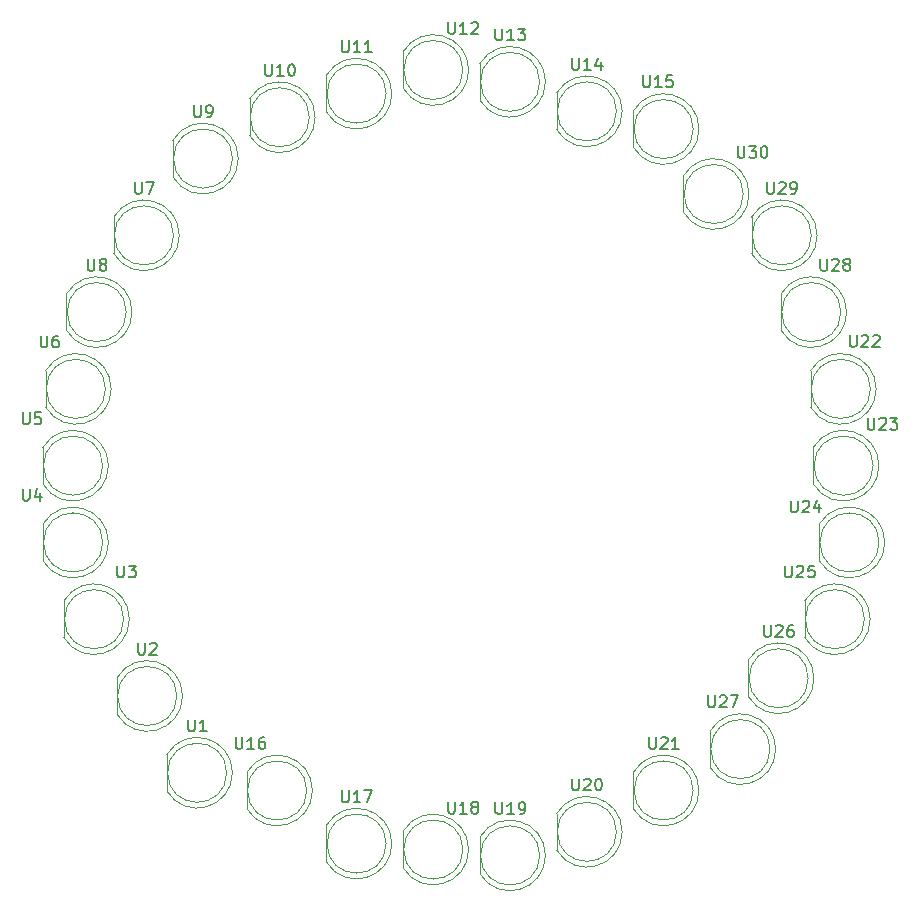
<source format=gbr>
%TF.GenerationSoftware,KiCad,Pcbnew,8.0.3*%
%TF.CreationDate,2026-01-26T15:52:45+01:00*%
%TF.ProjectId,ringLED,72696e67-4c45-4442-9e6b-696361645f70,rev?*%
%TF.SameCoordinates,Original*%
%TF.FileFunction,Legend,Top*%
%TF.FilePolarity,Positive*%
%FSLAX46Y46*%
G04 Gerber Fmt 4.6, Leading zero omitted, Abs format (unit mm)*
G04 Created by KiCad (PCBNEW 8.0.3) date 2026-01-26 15:52:45*
%MOMM*%
%LPD*%
G01*
G04 APERTURE LIST*
%ADD10C,0.150000*%
%ADD11C,0.120000*%
G04 APERTURE END LIST*
D10*
X171261905Y-119454819D02*
X171261905Y-120264342D01*
X171261905Y-120264342D02*
X171309524Y-120359580D01*
X171309524Y-120359580D02*
X171357143Y-120407200D01*
X171357143Y-120407200D02*
X171452381Y-120454819D01*
X171452381Y-120454819D02*
X171642857Y-120454819D01*
X171642857Y-120454819D02*
X171738095Y-120407200D01*
X171738095Y-120407200D02*
X171785714Y-120359580D01*
X171785714Y-120359580D02*
X171833333Y-120264342D01*
X171833333Y-120264342D02*
X171833333Y-119454819D01*
X172261905Y-119550057D02*
X172309524Y-119502438D01*
X172309524Y-119502438D02*
X172404762Y-119454819D01*
X172404762Y-119454819D02*
X172642857Y-119454819D01*
X172642857Y-119454819D02*
X172738095Y-119502438D01*
X172738095Y-119502438D02*
X172785714Y-119550057D01*
X172785714Y-119550057D02*
X172833333Y-119645295D01*
X172833333Y-119645295D02*
X172833333Y-119740533D01*
X172833333Y-119740533D02*
X172785714Y-119883390D01*
X172785714Y-119883390D02*
X172214286Y-120454819D01*
X172214286Y-120454819D02*
X172833333Y-120454819D01*
X173166667Y-119454819D02*
X173833333Y-119454819D01*
X173833333Y-119454819D02*
X173404762Y-120454819D01*
X127733095Y-69494819D02*
X127733095Y-70304342D01*
X127733095Y-70304342D02*
X127780714Y-70399580D01*
X127780714Y-70399580D02*
X127828333Y-70447200D01*
X127828333Y-70447200D02*
X127923571Y-70494819D01*
X127923571Y-70494819D02*
X128114047Y-70494819D01*
X128114047Y-70494819D02*
X128209285Y-70447200D01*
X128209285Y-70447200D02*
X128256904Y-70399580D01*
X128256904Y-70399580D02*
X128304523Y-70304342D01*
X128304523Y-70304342D02*
X128304523Y-69494819D01*
X128828333Y-70494819D02*
X129018809Y-70494819D01*
X129018809Y-70494819D02*
X129114047Y-70447200D01*
X129114047Y-70447200D02*
X129161666Y-70399580D01*
X129161666Y-70399580D02*
X129256904Y-70256723D01*
X129256904Y-70256723D02*
X129304523Y-70066247D01*
X129304523Y-70066247D02*
X129304523Y-69685295D01*
X129304523Y-69685295D02*
X129256904Y-69590057D01*
X129256904Y-69590057D02*
X129209285Y-69542438D01*
X129209285Y-69542438D02*
X129114047Y-69494819D01*
X129114047Y-69494819D02*
X128923571Y-69494819D01*
X128923571Y-69494819D02*
X128828333Y-69542438D01*
X128828333Y-69542438D02*
X128780714Y-69590057D01*
X128780714Y-69590057D02*
X128733095Y-69685295D01*
X128733095Y-69685295D02*
X128733095Y-69923390D01*
X128733095Y-69923390D02*
X128780714Y-70018628D01*
X128780714Y-70018628D02*
X128828333Y-70066247D01*
X128828333Y-70066247D02*
X128923571Y-70113866D01*
X128923571Y-70113866D02*
X129114047Y-70113866D01*
X129114047Y-70113866D02*
X129209285Y-70066247D01*
X129209285Y-70066247D02*
X129256904Y-70018628D01*
X129256904Y-70018628D02*
X129304523Y-69923390D01*
X113238095Y-101954819D02*
X113238095Y-102764342D01*
X113238095Y-102764342D02*
X113285714Y-102859580D01*
X113285714Y-102859580D02*
X113333333Y-102907200D01*
X113333333Y-102907200D02*
X113428571Y-102954819D01*
X113428571Y-102954819D02*
X113619047Y-102954819D01*
X113619047Y-102954819D02*
X113714285Y-102907200D01*
X113714285Y-102907200D02*
X113761904Y-102859580D01*
X113761904Y-102859580D02*
X113809523Y-102764342D01*
X113809523Y-102764342D02*
X113809523Y-101954819D01*
X114714285Y-102288152D02*
X114714285Y-102954819D01*
X114476190Y-101907200D02*
X114238095Y-102621485D01*
X114238095Y-102621485D02*
X114857142Y-102621485D01*
X114738095Y-88994819D02*
X114738095Y-89804342D01*
X114738095Y-89804342D02*
X114785714Y-89899580D01*
X114785714Y-89899580D02*
X114833333Y-89947200D01*
X114833333Y-89947200D02*
X114928571Y-89994819D01*
X114928571Y-89994819D02*
X115119047Y-89994819D01*
X115119047Y-89994819D02*
X115214285Y-89947200D01*
X115214285Y-89947200D02*
X115261904Y-89899580D01*
X115261904Y-89899580D02*
X115309523Y-89804342D01*
X115309523Y-89804342D02*
X115309523Y-88994819D01*
X116214285Y-88994819D02*
X116023809Y-88994819D01*
X116023809Y-88994819D02*
X115928571Y-89042438D01*
X115928571Y-89042438D02*
X115880952Y-89090057D01*
X115880952Y-89090057D02*
X115785714Y-89232914D01*
X115785714Y-89232914D02*
X115738095Y-89423390D01*
X115738095Y-89423390D02*
X115738095Y-89804342D01*
X115738095Y-89804342D02*
X115785714Y-89899580D01*
X115785714Y-89899580D02*
X115833333Y-89947200D01*
X115833333Y-89947200D02*
X115928571Y-89994819D01*
X115928571Y-89994819D02*
X116119047Y-89994819D01*
X116119047Y-89994819D02*
X116214285Y-89947200D01*
X116214285Y-89947200D02*
X116261904Y-89899580D01*
X116261904Y-89899580D02*
X116309523Y-89804342D01*
X116309523Y-89804342D02*
X116309523Y-89566247D01*
X116309523Y-89566247D02*
X116261904Y-89471009D01*
X116261904Y-89471009D02*
X116214285Y-89423390D01*
X116214285Y-89423390D02*
X116119047Y-89375771D01*
X116119047Y-89375771D02*
X115928571Y-89375771D01*
X115928571Y-89375771D02*
X115833333Y-89423390D01*
X115833333Y-89423390D02*
X115785714Y-89471009D01*
X115785714Y-89471009D02*
X115738095Y-89566247D01*
X176256905Y-75994819D02*
X176256905Y-76804342D01*
X176256905Y-76804342D02*
X176304524Y-76899580D01*
X176304524Y-76899580D02*
X176352143Y-76947200D01*
X176352143Y-76947200D02*
X176447381Y-76994819D01*
X176447381Y-76994819D02*
X176637857Y-76994819D01*
X176637857Y-76994819D02*
X176733095Y-76947200D01*
X176733095Y-76947200D02*
X176780714Y-76899580D01*
X176780714Y-76899580D02*
X176828333Y-76804342D01*
X176828333Y-76804342D02*
X176828333Y-75994819D01*
X177256905Y-76090057D02*
X177304524Y-76042438D01*
X177304524Y-76042438D02*
X177399762Y-75994819D01*
X177399762Y-75994819D02*
X177637857Y-75994819D01*
X177637857Y-75994819D02*
X177733095Y-76042438D01*
X177733095Y-76042438D02*
X177780714Y-76090057D01*
X177780714Y-76090057D02*
X177828333Y-76185295D01*
X177828333Y-76185295D02*
X177828333Y-76280533D01*
X177828333Y-76280533D02*
X177780714Y-76423390D01*
X177780714Y-76423390D02*
X177209286Y-76994819D01*
X177209286Y-76994819D02*
X177828333Y-76994819D01*
X178304524Y-76994819D02*
X178495000Y-76994819D01*
X178495000Y-76994819D02*
X178590238Y-76947200D01*
X178590238Y-76947200D02*
X178637857Y-76899580D01*
X178637857Y-76899580D02*
X178733095Y-76756723D01*
X178733095Y-76756723D02*
X178780714Y-76566247D01*
X178780714Y-76566247D02*
X178780714Y-76185295D01*
X178780714Y-76185295D02*
X178733095Y-76090057D01*
X178733095Y-76090057D02*
X178685476Y-76042438D01*
X178685476Y-76042438D02*
X178590238Y-75994819D01*
X178590238Y-75994819D02*
X178399762Y-75994819D01*
X178399762Y-75994819D02*
X178304524Y-76042438D01*
X178304524Y-76042438D02*
X178256905Y-76090057D01*
X178256905Y-76090057D02*
X178209286Y-76185295D01*
X178209286Y-76185295D02*
X178209286Y-76423390D01*
X178209286Y-76423390D02*
X178256905Y-76518628D01*
X178256905Y-76518628D02*
X178304524Y-76566247D01*
X178304524Y-76566247D02*
X178399762Y-76613866D01*
X178399762Y-76613866D02*
X178590238Y-76613866D01*
X178590238Y-76613866D02*
X178685476Y-76566247D01*
X178685476Y-76566247D02*
X178733095Y-76518628D01*
X178733095Y-76518628D02*
X178780714Y-76423390D01*
X121238095Y-108454819D02*
X121238095Y-109264342D01*
X121238095Y-109264342D02*
X121285714Y-109359580D01*
X121285714Y-109359580D02*
X121333333Y-109407200D01*
X121333333Y-109407200D02*
X121428571Y-109454819D01*
X121428571Y-109454819D02*
X121619047Y-109454819D01*
X121619047Y-109454819D02*
X121714285Y-109407200D01*
X121714285Y-109407200D02*
X121761904Y-109359580D01*
X121761904Y-109359580D02*
X121809523Y-109264342D01*
X121809523Y-109264342D02*
X121809523Y-108454819D01*
X122190476Y-108454819D02*
X122809523Y-108454819D01*
X122809523Y-108454819D02*
X122476190Y-108835771D01*
X122476190Y-108835771D02*
X122619047Y-108835771D01*
X122619047Y-108835771D02*
X122714285Y-108883390D01*
X122714285Y-108883390D02*
X122761904Y-108931009D01*
X122761904Y-108931009D02*
X122809523Y-109026247D01*
X122809523Y-109026247D02*
X122809523Y-109264342D01*
X122809523Y-109264342D02*
X122761904Y-109359580D01*
X122761904Y-109359580D02*
X122714285Y-109407200D01*
X122714285Y-109407200D02*
X122619047Y-109454819D01*
X122619047Y-109454819D02*
X122333333Y-109454819D01*
X122333333Y-109454819D02*
X122238095Y-109407200D01*
X122238095Y-109407200D02*
X122190476Y-109359580D01*
X159756905Y-65494819D02*
X159756905Y-66304342D01*
X159756905Y-66304342D02*
X159804524Y-66399580D01*
X159804524Y-66399580D02*
X159852143Y-66447200D01*
X159852143Y-66447200D02*
X159947381Y-66494819D01*
X159947381Y-66494819D02*
X160137857Y-66494819D01*
X160137857Y-66494819D02*
X160233095Y-66447200D01*
X160233095Y-66447200D02*
X160280714Y-66399580D01*
X160280714Y-66399580D02*
X160328333Y-66304342D01*
X160328333Y-66304342D02*
X160328333Y-65494819D01*
X161328333Y-66494819D02*
X160756905Y-66494819D01*
X161042619Y-66494819D02*
X161042619Y-65494819D01*
X161042619Y-65494819D02*
X160947381Y-65637676D01*
X160947381Y-65637676D02*
X160852143Y-65732914D01*
X160852143Y-65732914D02*
X160756905Y-65780533D01*
X162185476Y-65828152D02*
X162185476Y-66494819D01*
X161947381Y-65447200D02*
X161709286Y-66161485D01*
X161709286Y-66161485D02*
X162328333Y-66161485D01*
X177761905Y-108454819D02*
X177761905Y-109264342D01*
X177761905Y-109264342D02*
X177809524Y-109359580D01*
X177809524Y-109359580D02*
X177857143Y-109407200D01*
X177857143Y-109407200D02*
X177952381Y-109454819D01*
X177952381Y-109454819D02*
X178142857Y-109454819D01*
X178142857Y-109454819D02*
X178238095Y-109407200D01*
X178238095Y-109407200D02*
X178285714Y-109359580D01*
X178285714Y-109359580D02*
X178333333Y-109264342D01*
X178333333Y-109264342D02*
X178333333Y-108454819D01*
X178761905Y-108550057D02*
X178809524Y-108502438D01*
X178809524Y-108502438D02*
X178904762Y-108454819D01*
X178904762Y-108454819D02*
X179142857Y-108454819D01*
X179142857Y-108454819D02*
X179238095Y-108502438D01*
X179238095Y-108502438D02*
X179285714Y-108550057D01*
X179285714Y-108550057D02*
X179333333Y-108645295D01*
X179333333Y-108645295D02*
X179333333Y-108740533D01*
X179333333Y-108740533D02*
X179285714Y-108883390D01*
X179285714Y-108883390D02*
X178714286Y-109454819D01*
X178714286Y-109454819D02*
X179333333Y-109454819D01*
X180238095Y-108454819D02*
X179761905Y-108454819D01*
X179761905Y-108454819D02*
X179714286Y-108931009D01*
X179714286Y-108931009D02*
X179761905Y-108883390D01*
X179761905Y-108883390D02*
X179857143Y-108835771D01*
X179857143Y-108835771D02*
X180095238Y-108835771D01*
X180095238Y-108835771D02*
X180190476Y-108883390D01*
X180190476Y-108883390D02*
X180238095Y-108931009D01*
X180238095Y-108931009D02*
X180285714Y-109026247D01*
X180285714Y-109026247D02*
X180285714Y-109264342D01*
X180285714Y-109264342D02*
X180238095Y-109359580D01*
X180238095Y-109359580D02*
X180190476Y-109407200D01*
X180190476Y-109407200D02*
X180095238Y-109454819D01*
X180095238Y-109454819D02*
X179857143Y-109454819D01*
X179857143Y-109454819D02*
X179761905Y-109407200D01*
X179761905Y-109407200D02*
X179714286Y-109359580D01*
X178261905Y-102954819D02*
X178261905Y-103764342D01*
X178261905Y-103764342D02*
X178309524Y-103859580D01*
X178309524Y-103859580D02*
X178357143Y-103907200D01*
X178357143Y-103907200D02*
X178452381Y-103954819D01*
X178452381Y-103954819D02*
X178642857Y-103954819D01*
X178642857Y-103954819D02*
X178738095Y-103907200D01*
X178738095Y-103907200D02*
X178785714Y-103859580D01*
X178785714Y-103859580D02*
X178833333Y-103764342D01*
X178833333Y-103764342D02*
X178833333Y-102954819D01*
X179261905Y-103050057D02*
X179309524Y-103002438D01*
X179309524Y-103002438D02*
X179404762Y-102954819D01*
X179404762Y-102954819D02*
X179642857Y-102954819D01*
X179642857Y-102954819D02*
X179738095Y-103002438D01*
X179738095Y-103002438D02*
X179785714Y-103050057D01*
X179785714Y-103050057D02*
X179833333Y-103145295D01*
X179833333Y-103145295D02*
X179833333Y-103240533D01*
X179833333Y-103240533D02*
X179785714Y-103383390D01*
X179785714Y-103383390D02*
X179214286Y-103954819D01*
X179214286Y-103954819D02*
X179833333Y-103954819D01*
X180690476Y-103288152D02*
X180690476Y-103954819D01*
X180452381Y-102907200D02*
X180214286Y-103621485D01*
X180214286Y-103621485D02*
X180833333Y-103621485D01*
X183261905Y-88954819D02*
X183261905Y-89764342D01*
X183261905Y-89764342D02*
X183309524Y-89859580D01*
X183309524Y-89859580D02*
X183357143Y-89907200D01*
X183357143Y-89907200D02*
X183452381Y-89954819D01*
X183452381Y-89954819D02*
X183642857Y-89954819D01*
X183642857Y-89954819D02*
X183738095Y-89907200D01*
X183738095Y-89907200D02*
X183785714Y-89859580D01*
X183785714Y-89859580D02*
X183833333Y-89764342D01*
X183833333Y-89764342D02*
X183833333Y-88954819D01*
X184261905Y-89050057D02*
X184309524Y-89002438D01*
X184309524Y-89002438D02*
X184404762Y-88954819D01*
X184404762Y-88954819D02*
X184642857Y-88954819D01*
X184642857Y-88954819D02*
X184738095Y-89002438D01*
X184738095Y-89002438D02*
X184785714Y-89050057D01*
X184785714Y-89050057D02*
X184833333Y-89145295D01*
X184833333Y-89145295D02*
X184833333Y-89240533D01*
X184833333Y-89240533D02*
X184785714Y-89383390D01*
X184785714Y-89383390D02*
X184214286Y-89954819D01*
X184214286Y-89954819D02*
X184833333Y-89954819D01*
X185214286Y-89050057D02*
X185261905Y-89002438D01*
X185261905Y-89002438D02*
X185357143Y-88954819D01*
X185357143Y-88954819D02*
X185595238Y-88954819D01*
X185595238Y-88954819D02*
X185690476Y-89002438D01*
X185690476Y-89002438D02*
X185738095Y-89050057D01*
X185738095Y-89050057D02*
X185785714Y-89145295D01*
X185785714Y-89145295D02*
X185785714Y-89240533D01*
X185785714Y-89240533D02*
X185738095Y-89383390D01*
X185738095Y-89383390D02*
X185166667Y-89954819D01*
X185166667Y-89954819D02*
X185785714Y-89954819D01*
X149261905Y-128454819D02*
X149261905Y-129264342D01*
X149261905Y-129264342D02*
X149309524Y-129359580D01*
X149309524Y-129359580D02*
X149357143Y-129407200D01*
X149357143Y-129407200D02*
X149452381Y-129454819D01*
X149452381Y-129454819D02*
X149642857Y-129454819D01*
X149642857Y-129454819D02*
X149738095Y-129407200D01*
X149738095Y-129407200D02*
X149785714Y-129359580D01*
X149785714Y-129359580D02*
X149833333Y-129264342D01*
X149833333Y-129264342D02*
X149833333Y-128454819D01*
X150833333Y-129454819D02*
X150261905Y-129454819D01*
X150547619Y-129454819D02*
X150547619Y-128454819D01*
X150547619Y-128454819D02*
X150452381Y-128597676D01*
X150452381Y-128597676D02*
X150357143Y-128692914D01*
X150357143Y-128692914D02*
X150261905Y-128740533D01*
X151404762Y-128883390D02*
X151309524Y-128835771D01*
X151309524Y-128835771D02*
X151261905Y-128788152D01*
X151261905Y-128788152D02*
X151214286Y-128692914D01*
X151214286Y-128692914D02*
X151214286Y-128645295D01*
X151214286Y-128645295D02*
X151261905Y-128550057D01*
X151261905Y-128550057D02*
X151309524Y-128502438D01*
X151309524Y-128502438D02*
X151404762Y-128454819D01*
X151404762Y-128454819D02*
X151595238Y-128454819D01*
X151595238Y-128454819D02*
X151690476Y-128502438D01*
X151690476Y-128502438D02*
X151738095Y-128550057D01*
X151738095Y-128550057D02*
X151785714Y-128645295D01*
X151785714Y-128645295D02*
X151785714Y-128692914D01*
X151785714Y-128692914D02*
X151738095Y-128788152D01*
X151738095Y-128788152D02*
X151690476Y-128835771D01*
X151690476Y-128835771D02*
X151595238Y-128883390D01*
X151595238Y-128883390D02*
X151404762Y-128883390D01*
X151404762Y-128883390D02*
X151309524Y-128931009D01*
X151309524Y-128931009D02*
X151261905Y-128978628D01*
X151261905Y-128978628D02*
X151214286Y-129073866D01*
X151214286Y-129073866D02*
X151214286Y-129264342D01*
X151214286Y-129264342D02*
X151261905Y-129359580D01*
X151261905Y-129359580D02*
X151309524Y-129407200D01*
X151309524Y-129407200D02*
X151404762Y-129454819D01*
X151404762Y-129454819D02*
X151595238Y-129454819D01*
X151595238Y-129454819D02*
X151690476Y-129407200D01*
X151690476Y-129407200D02*
X151738095Y-129359580D01*
X151738095Y-129359580D02*
X151785714Y-129264342D01*
X151785714Y-129264342D02*
X151785714Y-129073866D01*
X151785714Y-129073866D02*
X151738095Y-128978628D01*
X151738095Y-128978628D02*
X151690476Y-128931009D01*
X151690476Y-128931009D02*
X151595238Y-128883390D01*
X153256905Y-128494819D02*
X153256905Y-129304342D01*
X153256905Y-129304342D02*
X153304524Y-129399580D01*
X153304524Y-129399580D02*
X153352143Y-129447200D01*
X153352143Y-129447200D02*
X153447381Y-129494819D01*
X153447381Y-129494819D02*
X153637857Y-129494819D01*
X153637857Y-129494819D02*
X153733095Y-129447200D01*
X153733095Y-129447200D02*
X153780714Y-129399580D01*
X153780714Y-129399580D02*
X153828333Y-129304342D01*
X153828333Y-129304342D02*
X153828333Y-128494819D01*
X154828333Y-129494819D02*
X154256905Y-129494819D01*
X154542619Y-129494819D02*
X154542619Y-128494819D01*
X154542619Y-128494819D02*
X154447381Y-128637676D01*
X154447381Y-128637676D02*
X154352143Y-128732914D01*
X154352143Y-128732914D02*
X154256905Y-128780533D01*
X155304524Y-129494819D02*
X155495000Y-129494819D01*
X155495000Y-129494819D02*
X155590238Y-129447200D01*
X155590238Y-129447200D02*
X155637857Y-129399580D01*
X155637857Y-129399580D02*
X155733095Y-129256723D01*
X155733095Y-129256723D02*
X155780714Y-129066247D01*
X155780714Y-129066247D02*
X155780714Y-128685295D01*
X155780714Y-128685295D02*
X155733095Y-128590057D01*
X155733095Y-128590057D02*
X155685476Y-128542438D01*
X155685476Y-128542438D02*
X155590238Y-128494819D01*
X155590238Y-128494819D02*
X155399762Y-128494819D01*
X155399762Y-128494819D02*
X155304524Y-128542438D01*
X155304524Y-128542438D02*
X155256905Y-128590057D01*
X155256905Y-128590057D02*
X155209286Y-128685295D01*
X155209286Y-128685295D02*
X155209286Y-128923390D01*
X155209286Y-128923390D02*
X155256905Y-129018628D01*
X155256905Y-129018628D02*
X155304524Y-129066247D01*
X155304524Y-129066247D02*
X155399762Y-129113866D01*
X155399762Y-129113866D02*
X155590238Y-129113866D01*
X155590238Y-129113866D02*
X155685476Y-129066247D01*
X155685476Y-129066247D02*
X155733095Y-129018628D01*
X155733095Y-129018628D02*
X155780714Y-128923390D01*
X140256905Y-63994819D02*
X140256905Y-64804342D01*
X140256905Y-64804342D02*
X140304524Y-64899580D01*
X140304524Y-64899580D02*
X140352143Y-64947200D01*
X140352143Y-64947200D02*
X140447381Y-64994819D01*
X140447381Y-64994819D02*
X140637857Y-64994819D01*
X140637857Y-64994819D02*
X140733095Y-64947200D01*
X140733095Y-64947200D02*
X140780714Y-64899580D01*
X140780714Y-64899580D02*
X140828333Y-64804342D01*
X140828333Y-64804342D02*
X140828333Y-63994819D01*
X141828333Y-64994819D02*
X141256905Y-64994819D01*
X141542619Y-64994819D02*
X141542619Y-63994819D01*
X141542619Y-63994819D02*
X141447381Y-64137676D01*
X141447381Y-64137676D02*
X141352143Y-64232914D01*
X141352143Y-64232914D02*
X141256905Y-64280533D01*
X142780714Y-64994819D02*
X142209286Y-64994819D01*
X142495000Y-64994819D02*
X142495000Y-63994819D01*
X142495000Y-63994819D02*
X142399762Y-64137676D01*
X142399762Y-64137676D02*
X142304524Y-64232914D01*
X142304524Y-64232914D02*
X142209286Y-64280533D01*
X131261905Y-122994819D02*
X131261905Y-123804342D01*
X131261905Y-123804342D02*
X131309524Y-123899580D01*
X131309524Y-123899580D02*
X131357143Y-123947200D01*
X131357143Y-123947200D02*
X131452381Y-123994819D01*
X131452381Y-123994819D02*
X131642857Y-123994819D01*
X131642857Y-123994819D02*
X131738095Y-123947200D01*
X131738095Y-123947200D02*
X131785714Y-123899580D01*
X131785714Y-123899580D02*
X131833333Y-123804342D01*
X131833333Y-123804342D02*
X131833333Y-122994819D01*
X132833333Y-123994819D02*
X132261905Y-123994819D01*
X132547619Y-123994819D02*
X132547619Y-122994819D01*
X132547619Y-122994819D02*
X132452381Y-123137676D01*
X132452381Y-123137676D02*
X132357143Y-123232914D01*
X132357143Y-123232914D02*
X132261905Y-123280533D01*
X133690476Y-122994819D02*
X133500000Y-122994819D01*
X133500000Y-122994819D02*
X133404762Y-123042438D01*
X133404762Y-123042438D02*
X133357143Y-123090057D01*
X133357143Y-123090057D02*
X133261905Y-123232914D01*
X133261905Y-123232914D02*
X133214286Y-123423390D01*
X133214286Y-123423390D02*
X133214286Y-123804342D01*
X133214286Y-123804342D02*
X133261905Y-123899580D01*
X133261905Y-123899580D02*
X133309524Y-123947200D01*
X133309524Y-123947200D02*
X133404762Y-123994819D01*
X133404762Y-123994819D02*
X133595238Y-123994819D01*
X133595238Y-123994819D02*
X133690476Y-123947200D01*
X133690476Y-123947200D02*
X133738095Y-123899580D01*
X133738095Y-123899580D02*
X133785714Y-123804342D01*
X133785714Y-123804342D02*
X133785714Y-123566247D01*
X133785714Y-123566247D02*
X133738095Y-123471009D01*
X133738095Y-123471009D02*
X133690476Y-123423390D01*
X133690476Y-123423390D02*
X133595238Y-123375771D01*
X133595238Y-123375771D02*
X133404762Y-123375771D01*
X133404762Y-123375771D02*
X133309524Y-123423390D01*
X133309524Y-123423390D02*
X133261905Y-123471009D01*
X133261905Y-123471009D02*
X133214286Y-123566247D01*
X173761905Y-72954819D02*
X173761905Y-73764342D01*
X173761905Y-73764342D02*
X173809524Y-73859580D01*
X173809524Y-73859580D02*
X173857143Y-73907200D01*
X173857143Y-73907200D02*
X173952381Y-73954819D01*
X173952381Y-73954819D02*
X174142857Y-73954819D01*
X174142857Y-73954819D02*
X174238095Y-73907200D01*
X174238095Y-73907200D02*
X174285714Y-73859580D01*
X174285714Y-73859580D02*
X174333333Y-73764342D01*
X174333333Y-73764342D02*
X174333333Y-72954819D01*
X174714286Y-72954819D02*
X175333333Y-72954819D01*
X175333333Y-72954819D02*
X175000000Y-73335771D01*
X175000000Y-73335771D02*
X175142857Y-73335771D01*
X175142857Y-73335771D02*
X175238095Y-73383390D01*
X175238095Y-73383390D02*
X175285714Y-73431009D01*
X175285714Y-73431009D02*
X175333333Y-73526247D01*
X175333333Y-73526247D02*
X175333333Y-73764342D01*
X175333333Y-73764342D02*
X175285714Y-73859580D01*
X175285714Y-73859580D02*
X175238095Y-73907200D01*
X175238095Y-73907200D02*
X175142857Y-73954819D01*
X175142857Y-73954819D02*
X174857143Y-73954819D01*
X174857143Y-73954819D02*
X174761905Y-73907200D01*
X174761905Y-73907200D02*
X174714286Y-73859580D01*
X175952381Y-72954819D02*
X176047619Y-72954819D01*
X176047619Y-72954819D02*
X176142857Y-73002438D01*
X176142857Y-73002438D02*
X176190476Y-73050057D01*
X176190476Y-73050057D02*
X176238095Y-73145295D01*
X176238095Y-73145295D02*
X176285714Y-73335771D01*
X176285714Y-73335771D02*
X176285714Y-73573866D01*
X176285714Y-73573866D02*
X176238095Y-73764342D01*
X176238095Y-73764342D02*
X176190476Y-73859580D01*
X176190476Y-73859580D02*
X176142857Y-73907200D01*
X176142857Y-73907200D02*
X176047619Y-73954819D01*
X176047619Y-73954819D02*
X175952381Y-73954819D01*
X175952381Y-73954819D02*
X175857143Y-73907200D01*
X175857143Y-73907200D02*
X175809524Y-73859580D01*
X175809524Y-73859580D02*
X175761905Y-73764342D01*
X175761905Y-73764342D02*
X175714286Y-73573866D01*
X175714286Y-73573866D02*
X175714286Y-73335771D01*
X175714286Y-73335771D02*
X175761905Y-73145295D01*
X175761905Y-73145295D02*
X175809524Y-73050057D01*
X175809524Y-73050057D02*
X175857143Y-73002438D01*
X175857143Y-73002438D02*
X175952381Y-72954819D01*
X153256905Y-62994819D02*
X153256905Y-63804342D01*
X153256905Y-63804342D02*
X153304524Y-63899580D01*
X153304524Y-63899580D02*
X153352143Y-63947200D01*
X153352143Y-63947200D02*
X153447381Y-63994819D01*
X153447381Y-63994819D02*
X153637857Y-63994819D01*
X153637857Y-63994819D02*
X153733095Y-63947200D01*
X153733095Y-63947200D02*
X153780714Y-63899580D01*
X153780714Y-63899580D02*
X153828333Y-63804342D01*
X153828333Y-63804342D02*
X153828333Y-62994819D01*
X154828333Y-63994819D02*
X154256905Y-63994819D01*
X154542619Y-63994819D02*
X154542619Y-62994819D01*
X154542619Y-62994819D02*
X154447381Y-63137676D01*
X154447381Y-63137676D02*
X154352143Y-63232914D01*
X154352143Y-63232914D02*
X154256905Y-63280533D01*
X155161667Y-62994819D02*
X155780714Y-62994819D01*
X155780714Y-62994819D02*
X155447381Y-63375771D01*
X155447381Y-63375771D02*
X155590238Y-63375771D01*
X155590238Y-63375771D02*
X155685476Y-63423390D01*
X155685476Y-63423390D02*
X155733095Y-63471009D01*
X155733095Y-63471009D02*
X155780714Y-63566247D01*
X155780714Y-63566247D02*
X155780714Y-63804342D01*
X155780714Y-63804342D02*
X155733095Y-63899580D01*
X155733095Y-63899580D02*
X155685476Y-63947200D01*
X155685476Y-63947200D02*
X155590238Y-63994819D01*
X155590238Y-63994819D02*
X155304524Y-63994819D01*
X155304524Y-63994819D02*
X155209286Y-63947200D01*
X155209286Y-63947200D02*
X155161667Y-63899580D01*
X166256905Y-122994819D02*
X166256905Y-123804342D01*
X166256905Y-123804342D02*
X166304524Y-123899580D01*
X166304524Y-123899580D02*
X166352143Y-123947200D01*
X166352143Y-123947200D02*
X166447381Y-123994819D01*
X166447381Y-123994819D02*
X166637857Y-123994819D01*
X166637857Y-123994819D02*
X166733095Y-123947200D01*
X166733095Y-123947200D02*
X166780714Y-123899580D01*
X166780714Y-123899580D02*
X166828333Y-123804342D01*
X166828333Y-123804342D02*
X166828333Y-122994819D01*
X167256905Y-123090057D02*
X167304524Y-123042438D01*
X167304524Y-123042438D02*
X167399762Y-122994819D01*
X167399762Y-122994819D02*
X167637857Y-122994819D01*
X167637857Y-122994819D02*
X167733095Y-123042438D01*
X167733095Y-123042438D02*
X167780714Y-123090057D01*
X167780714Y-123090057D02*
X167828333Y-123185295D01*
X167828333Y-123185295D02*
X167828333Y-123280533D01*
X167828333Y-123280533D02*
X167780714Y-123423390D01*
X167780714Y-123423390D02*
X167209286Y-123994819D01*
X167209286Y-123994819D02*
X167828333Y-123994819D01*
X168780714Y-123994819D02*
X168209286Y-123994819D01*
X168495000Y-123994819D02*
X168495000Y-122994819D01*
X168495000Y-122994819D02*
X168399762Y-123137676D01*
X168399762Y-123137676D02*
X168304524Y-123232914D01*
X168304524Y-123232914D02*
X168209286Y-123280533D01*
X180761905Y-82494819D02*
X180761905Y-83304342D01*
X180761905Y-83304342D02*
X180809524Y-83399580D01*
X180809524Y-83399580D02*
X180857143Y-83447200D01*
X180857143Y-83447200D02*
X180952381Y-83494819D01*
X180952381Y-83494819D02*
X181142857Y-83494819D01*
X181142857Y-83494819D02*
X181238095Y-83447200D01*
X181238095Y-83447200D02*
X181285714Y-83399580D01*
X181285714Y-83399580D02*
X181333333Y-83304342D01*
X181333333Y-83304342D02*
X181333333Y-82494819D01*
X181761905Y-82590057D02*
X181809524Y-82542438D01*
X181809524Y-82542438D02*
X181904762Y-82494819D01*
X181904762Y-82494819D02*
X182142857Y-82494819D01*
X182142857Y-82494819D02*
X182238095Y-82542438D01*
X182238095Y-82542438D02*
X182285714Y-82590057D01*
X182285714Y-82590057D02*
X182333333Y-82685295D01*
X182333333Y-82685295D02*
X182333333Y-82780533D01*
X182333333Y-82780533D02*
X182285714Y-82923390D01*
X182285714Y-82923390D02*
X181714286Y-83494819D01*
X181714286Y-83494819D02*
X182333333Y-83494819D01*
X182904762Y-82923390D02*
X182809524Y-82875771D01*
X182809524Y-82875771D02*
X182761905Y-82828152D01*
X182761905Y-82828152D02*
X182714286Y-82732914D01*
X182714286Y-82732914D02*
X182714286Y-82685295D01*
X182714286Y-82685295D02*
X182761905Y-82590057D01*
X182761905Y-82590057D02*
X182809524Y-82542438D01*
X182809524Y-82542438D02*
X182904762Y-82494819D01*
X182904762Y-82494819D02*
X183095238Y-82494819D01*
X183095238Y-82494819D02*
X183190476Y-82542438D01*
X183190476Y-82542438D02*
X183238095Y-82590057D01*
X183238095Y-82590057D02*
X183285714Y-82685295D01*
X183285714Y-82685295D02*
X183285714Y-82732914D01*
X183285714Y-82732914D02*
X183238095Y-82828152D01*
X183238095Y-82828152D02*
X183190476Y-82875771D01*
X183190476Y-82875771D02*
X183095238Y-82923390D01*
X183095238Y-82923390D02*
X182904762Y-82923390D01*
X182904762Y-82923390D02*
X182809524Y-82971009D01*
X182809524Y-82971009D02*
X182761905Y-83018628D01*
X182761905Y-83018628D02*
X182714286Y-83113866D01*
X182714286Y-83113866D02*
X182714286Y-83304342D01*
X182714286Y-83304342D02*
X182761905Y-83399580D01*
X182761905Y-83399580D02*
X182809524Y-83447200D01*
X182809524Y-83447200D02*
X182904762Y-83494819D01*
X182904762Y-83494819D02*
X183095238Y-83494819D01*
X183095238Y-83494819D02*
X183190476Y-83447200D01*
X183190476Y-83447200D02*
X183238095Y-83399580D01*
X183238095Y-83399580D02*
X183285714Y-83304342D01*
X183285714Y-83304342D02*
X183285714Y-83113866D01*
X183285714Y-83113866D02*
X183238095Y-83018628D01*
X183238095Y-83018628D02*
X183190476Y-82971009D01*
X183190476Y-82971009D02*
X183095238Y-82923390D01*
X175991905Y-113494819D02*
X175991905Y-114304342D01*
X175991905Y-114304342D02*
X176039524Y-114399580D01*
X176039524Y-114399580D02*
X176087143Y-114447200D01*
X176087143Y-114447200D02*
X176182381Y-114494819D01*
X176182381Y-114494819D02*
X176372857Y-114494819D01*
X176372857Y-114494819D02*
X176468095Y-114447200D01*
X176468095Y-114447200D02*
X176515714Y-114399580D01*
X176515714Y-114399580D02*
X176563333Y-114304342D01*
X176563333Y-114304342D02*
X176563333Y-113494819D01*
X176991905Y-113590057D02*
X177039524Y-113542438D01*
X177039524Y-113542438D02*
X177134762Y-113494819D01*
X177134762Y-113494819D02*
X177372857Y-113494819D01*
X177372857Y-113494819D02*
X177468095Y-113542438D01*
X177468095Y-113542438D02*
X177515714Y-113590057D01*
X177515714Y-113590057D02*
X177563333Y-113685295D01*
X177563333Y-113685295D02*
X177563333Y-113780533D01*
X177563333Y-113780533D02*
X177515714Y-113923390D01*
X177515714Y-113923390D02*
X176944286Y-114494819D01*
X176944286Y-114494819D02*
X177563333Y-114494819D01*
X178420476Y-113494819D02*
X178230000Y-113494819D01*
X178230000Y-113494819D02*
X178134762Y-113542438D01*
X178134762Y-113542438D02*
X178087143Y-113590057D01*
X178087143Y-113590057D02*
X177991905Y-113732914D01*
X177991905Y-113732914D02*
X177944286Y-113923390D01*
X177944286Y-113923390D02*
X177944286Y-114304342D01*
X177944286Y-114304342D02*
X177991905Y-114399580D01*
X177991905Y-114399580D02*
X178039524Y-114447200D01*
X178039524Y-114447200D02*
X178134762Y-114494819D01*
X178134762Y-114494819D02*
X178325238Y-114494819D01*
X178325238Y-114494819D02*
X178420476Y-114447200D01*
X178420476Y-114447200D02*
X178468095Y-114399580D01*
X178468095Y-114399580D02*
X178515714Y-114304342D01*
X178515714Y-114304342D02*
X178515714Y-114066247D01*
X178515714Y-114066247D02*
X178468095Y-113971009D01*
X178468095Y-113971009D02*
X178420476Y-113923390D01*
X178420476Y-113923390D02*
X178325238Y-113875771D01*
X178325238Y-113875771D02*
X178134762Y-113875771D01*
X178134762Y-113875771D02*
X178039524Y-113923390D01*
X178039524Y-113923390D02*
X177991905Y-113971009D01*
X177991905Y-113971009D02*
X177944286Y-114066247D01*
X123008095Y-114994819D02*
X123008095Y-115804342D01*
X123008095Y-115804342D02*
X123055714Y-115899580D01*
X123055714Y-115899580D02*
X123103333Y-115947200D01*
X123103333Y-115947200D02*
X123198571Y-115994819D01*
X123198571Y-115994819D02*
X123389047Y-115994819D01*
X123389047Y-115994819D02*
X123484285Y-115947200D01*
X123484285Y-115947200D02*
X123531904Y-115899580D01*
X123531904Y-115899580D02*
X123579523Y-115804342D01*
X123579523Y-115804342D02*
X123579523Y-114994819D01*
X124008095Y-115090057D02*
X124055714Y-115042438D01*
X124055714Y-115042438D02*
X124150952Y-114994819D01*
X124150952Y-114994819D02*
X124389047Y-114994819D01*
X124389047Y-114994819D02*
X124484285Y-115042438D01*
X124484285Y-115042438D02*
X124531904Y-115090057D01*
X124531904Y-115090057D02*
X124579523Y-115185295D01*
X124579523Y-115185295D02*
X124579523Y-115280533D01*
X124579523Y-115280533D02*
X124531904Y-115423390D01*
X124531904Y-115423390D02*
X123960476Y-115994819D01*
X123960476Y-115994819D02*
X124579523Y-115994819D01*
X113238095Y-95494819D02*
X113238095Y-96304342D01*
X113238095Y-96304342D02*
X113285714Y-96399580D01*
X113285714Y-96399580D02*
X113333333Y-96447200D01*
X113333333Y-96447200D02*
X113428571Y-96494819D01*
X113428571Y-96494819D02*
X113619047Y-96494819D01*
X113619047Y-96494819D02*
X113714285Y-96447200D01*
X113714285Y-96447200D02*
X113761904Y-96399580D01*
X113761904Y-96399580D02*
X113809523Y-96304342D01*
X113809523Y-96304342D02*
X113809523Y-95494819D01*
X114761904Y-95494819D02*
X114285714Y-95494819D01*
X114285714Y-95494819D02*
X114238095Y-95971009D01*
X114238095Y-95971009D02*
X114285714Y-95923390D01*
X114285714Y-95923390D02*
X114380952Y-95875771D01*
X114380952Y-95875771D02*
X114619047Y-95875771D01*
X114619047Y-95875771D02*
X114714285Y-95923390D01*
X114714285Y-95923390D02*
X114761904Y-95971009D01*
X114761904Y-95971009D02*
X114809523Y-96066247D01*
X114809523Y-96066247D02*
X114809523Y-96304342D01*
X114809523Y-96304342D02*
X114761904Y-96399580D01*
X114761904Y-96399580D02*
X114714285Y-96447200D01*
X114714285Y-96447200D02*
X114619047Y-96494819D01*
X114619047Y-96494819D02*
X114380952Y-96494819D01*
X114380952Y-96494819D02*
X114285714Y-96447200D01*
X114285714Y-96447200D02*
X114238095Y-96399580D01*
X133756905Y-65994819D02*
X133756905Y-66804342D01*
X133756905Y-66804342D02*
X133804524Y-66899580D01*
X133804524Y-66899580D02*
X133852143Y-66947200D01*
X133852143Y-66947200D02*
X133947381Y-66994819D01*
X133947381Y-66994819D02*
X134137857Y-66994819D01*
X134137857Y-66994819D02*
X134233095Y-66947200D01*
X134233095Y-66947200D02*
X134280714Y-66899580D01*
X134280714Y-66899580D02*
X134328333Y-66804342D01*
X134328333Y-66804342D02*
X134328333Y-65994819D01*
X135328333Y-66994819D02*
X134756905Y-66994819D01*
X135042619Y-66994819D02*
X135042619Y-65994819D01*
X135042619Y-65994819D02*
X134947381Y-66137676D01*
X134947381Y-66137676D02*
X134852143Y-66232914D01*
X134852143Y-66232914D02*
X134756905Y-66280533D01*
X135947381Y-65994819D02*
X136042619Y-65994819D01*
X136042619Y-65994819D02*
X136137857Y-66042438D01*
X136137857Y-66042438D02*
X136185476Y-66090057D01*
X136185476Y-66090057D02*
X136233095Y-66185295D01*
X136233095Y-66185295D02*
X136280714Y-66375771D01*
X136280714Y-66375771D02*
X136280714Y-66613866D01*
X136280714Y-66613866D02*
X136233095Y-66804342D01*
X136233095Y-66804342D02*
X136185476Y-66899580D01*
X136185476Y-66899580D02*
X136137857Y-66947200D01*
X136137857Y-66947200D02*
X136042619Y-66994819D01*
X136042619Y-66994819D02*
X135947381Y-66994819D01*
X135947381Y-66994819D02*
X135852143Y-66947200D01*
X135852143Y-66947200D02*
X135804524Y-66899580D01*
X135804524Y-66899580D02*
X135756905Y-66804342D01*
X135756905Y-66804342D02*
X135709286Y-66613866D01*
X135709286Y-66613866D02*
X135709286Y-66375771D01*
X135709286Y-66375771D02*
X135756905Y-66185295D01*
X135756905Y-66185295D02*
X135804524Y-66090057D01*
X135804524Y-66090057D02*
X135852143Y-66042438D01*
X135852143Y-66042438D02*
X135947381Y-65994819D01*
X184761905Y-95954819D02*
X184761905Y-96764342D01*
X184761905Y-96764342D02*
X184809524Y-96859580D01*
X184809524Y-96859580D02*
X184857143Y-96907200D01*
X184857143Y-96907200D02*
X184952381Y-96954819D01*
X184952381Y-96954819D02*
X185142857Y-96954819D01*
X185142857Y-96954819D02*
X185238095Y-96907200D01*
X185238095Y-96907200D02*
X185285714Y-96859580D01*
X185285714Y-96859580D02*
X185333333Y-96764342D01*
X185333333Y-96764342D02*
X185333333Y-95954819D01*
X185761905Y-96050057D02*
X185809524Y-96002438D01*
X185809524Y-96002438D02*
X185904762Y-95954819D01*
X185904762Y-95954819D02*
X186142857Y-95954819D01*
X186142857Y-95954819D02*
X186238095Y-96002438D01*
X186238095Y-96002438D02*
X186285714Y-96050057D01*
X186285714Y-96050057D02*
X186333333Y-96145295D01*
X186333333Y-96145295D02*
X186333333Y-96240533D01*
X186333333Y-96240533D02*
X186285714Y-96383390D01*
X186285714Y-96383390D02*
X185714286Y-96954819D01*
X185714286Y-96954819D02*
X186333333Y-96954819D01*
X186666667Y-95954819D02*
X187285714Y-95954819D01*
X187285714Y-95954819D02*
X186952381Y-96335771D01*
X186952381Y-96335771D02*
X187095238Y-96335771D01*
X187095238Y-96335771D02*
X187190476Y-96383390D01*
X187190476Y-96383390D02*
X187238095Y-96431009D01*
X187238095Y-96431009D02*
X187285714Y-96526247D01*
X187285714Y-96526247D02*
X187285714Y-96764342D01*
X187285714Y-96764342D02*
X187238095Y-96859580D01*
X187238095Y-96859580D02*
X187190476Y-96907200D01*
X187190476Y-96907200D02*
X187095238Y-96954819D01*
X187095238Y-96954819D02*
X186809524Y-96954819D01*
X186809524Y-96954819D02*
X186714286Y-96907200D01*
X186714286Y-96907200D02*
X186666667Y-96859580D01*
X127233095Y-121494819D02*
X127233095Y-122304342D01*
X127233095Y-122304342D02*
X127280714Y-122399580D01*
X127280714Y-122399580D02*
X127328333Y-122447200D01*
X127328333Y-122447200D02*
X127423571Y-122494819D01*
X127423571Y-122494819D02*
X127614047Y-122494819D01*
X127614047Y-122494819D02*
X127709285Y-122447200D01*
X127709285Y-122447200D02*
X127756904Y-122399580D01*
X127756904Y-122399580D02*
X127804523Y-122304342D01*
X127804523Y-122304342D02*
X127804523Y-121494819D01*
X128804523Y-122494819D02*
X128233095Y-122494819D01*
X128518809Y-122494819D02*
X128518809Y-121494819D01*
X128518809Y-121494819D02*
X128423571Y-121637676D01*
X128423571Y-121637676D02*
X128328333Y-121732914D01*
X128328333Y-121732914D02*
X128233095Y-121780533D01*
X140256905Y-127494819D02*
X140256905Y-128304342D01*
X140256905Y-128304342D02*
X140304524Y-128399580D01*
X140304524Y-128399580D02*
X140352143Y-128447200D01*
X140352143Y-128447200D02*
X140447381Y-128494819D01*
X140447381Y-128494819D02*
X140637857Y-128494819D01*
X140637857Y-128494819D02*
X140733095Y-128447200D01*
X140733095Y-128447200D02*
X140780714Y-128399580D01*
X140780714Y-128399580D02*
X140828333Y-128304342D01*
X140828333Y-128304342D02*
X140828333Y-127494819D01*
X141828333Y-128494819D02*
X141256905Y-128494819D01*
X141542619Y-128494819D02*
X141542619Y-127494819D01*
X141542619Y-127494819D02*
X141447381Y-127637676D01*
X141447381Y-127637676D02*
X141352143Y-127732914D01*
X141352143Y-127732914D02*
X141256905Y-127780533D01*
X142161667Y-127494819D02*
X142828333Y-127494819D01*
X142828333Y-127494819D02*
X142399762Y-128494819D01*
X165761905Y-66954819D02*
X165761905Y-67764342D01*
X165761905Y-67764342D02*
X165809524Y-67859580D01*
X165809524Y-67859580D02*
X165857143Y-67907200D01*
X165857143Y-67907200D02*
X165952381Y-67954819D01*
X165952381Y-67954819D02*
X166142857Y-67954819D01*
X166142857Y-67954819D02*
X166238095Y-67907200D01*
X166238095Y-67907200D02*
X166285714Y-67859580D01*
X166285714Y-67859580D02*
X166333333Y-67764342D01*
X166333333Y-67764342D02*
X166333333Y-66954819D01*
X167333333Y-67954819D02*
X166761905Y-67954819D01*
X167047619Y-67954819D02*
X167047619Y-66954819D01*
X167047619Y-66954819D02*
X166952381Y-67097676D01*
X166952381Y-67097676D02*
X166857143Y-67192914D01*
X166857143Y-67192914D02*
X166761905Y-67240533D01*
X168238095Y-66954819D02*
X167761905Y-66954819D01*
X167761905Y-66954819D02*
X167714286Y-67431009D01*
X167714286Y-67431009D02*
X167761905Y-67383390D01*
X167761905Y-67383390D02*
X167857143Y-67335771D01*
X167857143Y-67335771D02*
X168095238Y-67335771D01*
X168095238Y-67335771D02*
X168190476Y-67383390D01*
X168190476Y-67383390D02*
X168238095Y-67431009D01*
X168238095Y-67431009D02*
X168285714Y-67526247D01*
X168285714Y-67526247D02*
X168285714Y-67764342D01*
X168285714Y-67764342D02*
X168238095Y-67859580D01*
X168238095Y-67859580D02*
X168190476Y-67907200D01*
X168190476Y-67907200D02*
X168095238Y-67954819D01*
X168095238Y-67954819D02*
X167857143Y-67954819D01*
X167857143Y-67954819D02*
X167761905Y-67907200D01*
X167761905Y-67907200D02*
X167714286Y-67859580D01*
X159756905Y-126494819D02*
X159756905Y-127304342D01*
X159756905Y-127304342D02*
X159804524Y-127399580D01*
X159804524Y-127399580D02*
X159852143Y-127447200D01*
X159852143Y-127447200D02*
X159947381Y-127494819D01*
X159947381Y-127494819D02*
X160137857Y-127494819D01*
X160137857Y-127494819D02*
X160233095Y-127447200D01*
X160233095Y-127447200D02*
X160280714Y-127399580D01*
X160280714Y-127399580D02*
X160328333Y-127304342D01*
X160328333Y-127304342D02*
X160328333Y-126494819D01*
X160756905Y-126590057D02*
X160804524Y-126542438D01*
X160804524Y-126542438D02*
X160899762Y-126494819D01*
X160899762Y-126494819D02*
X161137857Y-126494819D01*
X161137857Y-126494819D02*
X161233095Y-126542438D01*
X161233095Y-126542438D02*
X161280714Y-126590057D01*
X161280714Y-126590057D02*
X161328333Y-126685295D01*
X161328333Y-126685295D02*
X161328333Y-126780533D01*
X161328333Y-126780533D02*
X161280714Y-126923390D01*
X161280714Y-126923390D02*
X160709286Y-127494819D01*
X160709286Y-127494819D02*
X161328333Y-127494819D01*
X161947381Y-126494819D02*
X162042619Y-126494819D01*
X162042619Y-126494819D02*
X162137857Y-126542438D01*
X162137857Y-126542438D02*
X162185476Y-126590057D01*
X162185476Y-126590057D02*
X162233095Y-126685295D01*
X162233095Y-126685295D02*
X162280714Y-126875771D01*
X162280714Y-126875771D02*
X162280714Y-127113866D01*
X162280714Y-127113866D02*
X162233095Y-127304342D01*
X162233095Y-127304342D02*
X162185476Y-127399580D01*
X162185476Y-127399580D02*
X162137857Y-127447200D01*
X162137857Y-127447200D02*
X162042619Y-127494819D01*
X162042619Y-127494819D02*
X161947381Y-127494819D01*
X161947381Y-127494819D02*
X161852143Y-127447200D01*
X161852143Y-127447200D02*
X161804524Y-127399580D01*
X161804524Y-127399580D02*
X161756905Y-127304342D01*
X161756905Y-127304342D02*
X161709286Y-127113866D01*
X161709286Y-127113866D02*
X161709286Y-126875771D01*
X161709286Y-126875771D02*
X161756905Y-126685295D01*
X161756905Y-126685295D02*
X161804524Y-126590057D01*
X161804524Y-126590057D02*
X161852143Y-126542438D01*
X161852143Y-126542438D02*
X161947381Y-126494819D01*
X122733095Y-75994819D02*
X122733095Y-76804342D01*
X122733095Y-76804342D02*
X122780714Y-76899580D01*
X122780714Y-76899580D02*
X122828333Y-76947200D01*
X122828333Y-76947200D02*
X122923571Y-76994819D01*
X122923571Y-76994819D02*
X123114047Y-76994819D01*
X123114047Y-76994819D02*
X123209285Y-76947200D01*
X123209285Y-76947200D02*
X123256904Y-76899580D01*
X123256904Y-76899580D02*
X123304523Y-76804342D01*
X123304523Y-76804342D02*
X123304523Y-75994819D01*
X123685476Y-75994819D02*
X124352142Y-75994819D01*
X124352142Y-75994819D02*
X123923571Y-76994819D01*
X149261905Y-62454819D02*
X149261905Y-63264342D01*
X149261905Y-63264342D02*
X149309524Y-63359580D01*
X149309524Y-63359580D02*
X149357143Y-63407200D01*
X149357143Y-63407200D02*
X149452381Y-63454819D01*
X149452381Y-63454819D02*
X149642857Y-63454819D01*
X149642857Y-63454819D02*
X149738095Y-63407200D01*
X149738095Y-63407200D02*
X149785714Y-63359580D01*
X149785714Y-63359580D02*
X149833333Y-63264342D01*
X149833333Y-63264342D02*
X149833333Y-62454819D01*
X150833333Y-63454819D02*
X150261905Y-63454819D01*
X150547619Y-63454819D02*
X150547619Y-62454819D01*
X150547619Y-62454819D02*
X150452381Y-62597676D01*
X150452381Y-62597676D02*
X150357143Y-62692914D01*
X150357143Y-62692914D02*
X150261905Y-62740533D01*
X151214286Y-62550057D02*
X151261905Y-62502438D01*
X151261905Y-62502438D02*
X151357143Y-62454819D01*
X151357143Y-62454819D02*
X151595238Y-62454819D01*
X151595238Y-62454819D02*
X151690476Y-62502438D01*
X151690476Y-62502438D02*
X151738095Y-62550057D01*
X151738095Y-62550057D02*
X151785714Y-62645295D01*
X151785714Y-62645295D02*
X151785714Y-62740533D01*
X151785714Y-62740533D02*
X151738095Y-62883390D01*
X151738095Y-62883390D02*
X151166667Y-63454819D01*
X151166667Y-63454819D02*
X151785714Y-63454819D01*
X118733095Y-82494819D02*
X118733095Y-83304342D01*
X118733095Y-83304342D02*
X118780714Y-83399580D01*
X118780714Y-83399580D02*
X118828333Y-83447200D01*
X118828333Y-83447200D02*
X118923571Y-83494819D01*
X118923571Y-83494819D02*
X119114047Y-83494819D01*
X119114047Y-83494819D02*
X119209285Y-83447200D01*
X119209285Y-83447200D02*
X119256904Y-83399580D01*
X119256904Y-83399580D02*
X119304523Y-83304342D01*
X119304523Y-83304342D02*
X119304523Y-82494819D01*
X119923571Y-82923390D02*
X119828333Y-82875771D01*
X119828333Y-82875771D02*
X119780714Y-82828152D01*
X119780714Y-82828152D02*
X119733095Y-82732914D01*
X119733095Y-82732914D02*
X119733095Y-82685295D01*
X119733095Y-82685295D02*
X119780714Y-82590057D01*
X119780714Y-82590057D02*
X119828333Y-82542438D01*
X119828333Y-82542438D02*
X119923571Y-82494819D01*
X119923571Y-82494819D02*
X120114047Y-82494819D01*
X120114047Y-82494819D02*
X120209285Y-82542438D01*
X120209285Y-82542438D02*
X120256904Y-82590057D01*
X120256904Y-82590057D02*
X120304523Y-82685295D01*
X120304523Y-82685295D02*
X120304523Y-82732914D01*
X120304523Y-82732914D02*
X120256904Y-82828152D01*
X120256904Y-82828152D02*
X120209285Y-82875771D01*
X120209285Y-82875771D02*
X120114047Y-82923390D01*
X120114047Y-82923390D02*
X119923571Y-82923390D01*
X119923571Y-82923390D02*
X119828333Y-82971009D01*
X119828333Y-82971009D02*
X119780714Y-83018628D01*
X119780714Y-83018628D02*
X119733095Y-83113866D01*
X119733095Y-83113866D02*
X119733095Y-83304342D01*
X119733095Y-83304342D02*
X119780714Y-83399580D01*
X119780714Y-83399580D02*
X119828333Y-83447200D01*
X119828333Y-83447200D02*
X119923571Y-83494819D01*
X119923571Y-83494819D02*
X120114047Y-83494819D01*
X120114047Y-83494819D02*
X120209285Y-83447200D01*
X120209285Y-83447200D02*
X120256904Y-83399580D01*
X120256904Y-83399580D02*
X120304523Y-83304342D01*
X120304523Y-83304342D02*
X120304523Y-83113866D01*
X120304523Y-83113866D02*
X120256904Y-83018628D01*
X120256904Y-83018628D02*
X120209285Y-82971009D01*
X120209285Y-82971009D02*
X120114047Y-82923390D01*
D11*
%TO.C,U27*%
X171435000Y-122455000D02*
X171435000Y-125545000D01*
X171435000Y-122455170D02*
G75*
G02*
X176985000Y-124000462I2560000J-1544830D01*
G01*
X176985000Y-123999538D02*
G75*
G02*
X171435000Y-125544830I-2990000J-462D01*
G01*
X176495000Y-124000000D02*
G75*
G02*
X171495000Y-124000000I-2500000J0D01*
G01*
X171495000Y-124000000D02*
G75*
G02*
X176495000Y-124000000I2500000J0D01*
G01*
%TO.C,U9*%
X125935000Y-72455000D02*
X125935000Y-75545000D01*
X125935000Y-72455170D02*
G75*
G02*
X131485000Y-74000462I2560000J-1544830D01*
G01*
X131485000Y-73999538D02*
G75*
G02*
X125935000Y-75544830I-2990000J-462D01*
G01*
X130995000Y-74000000D02*
G75*
G02*
X125995000Y-74000000I-2500000J0D01*
G01*
X125995000Y-74000000D02*
G75*
G02*
X130995000Y-74000000I2500000J0D01*
G01*
%TO.C,U4*%
X114935000Y-104955000D02*
X114935000Y-108045000D01*
X114935000Y-104955170D02*
G75*
G02*
X120485000Y-106500462I2560000J-1544830D01*
G01*
X120485000Y-106499538D02*
G75*
G02*
X114935000Y-108044830I-2990000J-462D01*
G01*
X119995000Y-106500000D02*
G75*
G02*
X114995000Y-106500000I-2500000J0D01*
G01*
X114995000Y-106500000D02*
G75*
G02*
X119995000Y-106500000I2500000J0D01*
G01*
%TO.C,U6*%
X115170000Y-91955000D02*
X115170000Y-95045000D01*
X115170000Y-91955170D02*
G75*
G02*
X120720000Y-93500462I2560000J-1544830D01*
G01*
X120720000Y-93499538D02*
G75*
G02*
X115170000Y-95044830I-2990000J-462D01*
G01*
X120230000Y-93500000D02*
G75*
G02*
X115230000Y-93500000I-2500000J0D01*
G01*
X115230000Y-93500000D02*
G75*
G02*
X120230000Y-93500000I2500000J0D01*
G01*
%TO.C,U29*%
X174935000Y-78955000D02*
X174935000Y-82045000D01*
X174935000Y-78955170D02*
G75*
G02*
X180485000Y-80500462I2560000J-1544830D01*
G01*
X180485000Y-80499538D02*
G75*
G02*
X174935000Y-82044830I-2990000J-462D01*
G01*
X179995000Y-80500000D02*
G75*
G02*
X174995000Y-80500000I-2500000J0D01*
G01*
X174995000Y-80500000D02*
G75*
G02*
X179995000Y-80500000I2500000J0D01*
G01*
%TO.C,U3*%
X116710000Y-111455000D02*
X116710000Y-114545000D01*
X116710000Y-111455170D02*
G75*
G02*
X122260000Y-113000462I2560000J-1544830D01*
G01*
X122260000Y-112999538D02*
G75*
G02*
X116710000Y-114544830I-2990000J-462D01*
G01*
X121770000Y-113000000D02*
G75*
G02*
X116770000Y-113000000I-2500000J0D01*
G01*
X116770000Y-113000000D02*
G75*
G02*
X121770000Y-113000000I2500000J0D01*
G01*
%TO.C,U14*%
X158435000Y-68455000D02*
X158435000Y-71545000D01*
X158435000Y-68455170D02*
G75*
G02*
X163985000Y-70000462I2560000J-1544830D01*
G01*
X163985000Y-69999538D02*
G75*
G02*
X158435000Y-71544830I-2990000J-462D01*
G01*
X163495000Y-70000000D02*
G75*
G02*
X158495000Y-70000000I-2500000J0D01*
G01*
X158495000Y-70000000D02*
G75*
G02*
X163495000Y-70000000I2500000J0D01*
G01*
%TO.C,U25*%
X179435000Y-111455000D02*
X179435000Y-114545000D01*
X179435000Y-111455170D02*
G75*
G02*
X184985000Y-113000462I2560000J-1544830D01*
G01*
X184985000Y-112999538D02*
G75*
G02*
X179435000Y-114544830I-2990000J-462D01*
G01*
X184495000Y-113000000D02*
G75*
G02*
X179495000Y-113000000I-2500000J0D01*
G01*
X179495000Y-113000000D02*
G75*
G02*
X184495000Y-113000000I2500000J0D01*
G01*
%TO.C,U24*%
X180670000Y-104955000D02*
X180670000Y-108045000D01*
X180670000Y-104955170D02*
G75*
G02*
X186220000Y-106500462I2560000J-1544830D01*
G01*
X186220000Y-106499538D02*
G75*
G02*
X180670000Y-108044830I-2990000J-462D01*
G01*
X185730000Y-106500000D02*
G75*
G02*
X180730000Y-106500000I-2500000J0D01*
G01*
X180730000Y-106500000D02*
G75*
G02*
X185730000Y-106500000I2500000J0D01*
G01*
%TO.C,U22*%
X179935000Y-91955000D02*
X179935000Y-95045000D01*
X179935000Y-91955170D02*
G75*
G02*
X185485000Y-93500462I2560000J-1544830D01*
G01*
X185485000Y-93499538D02*
G75*
G02*
X179935000Y-95044830I-2990000J-462D01*
G01*
X184995000Y-93500000D02*
G75*
G02*
X179995000Y-93500000I-2500000J0D01*
G01*
X179995000Y-93500000D02*
G75*
G02*
X184995000Y-93500000I2500000J0D01*
G01*
%TO.C,U18*%
X145435000Y-130955000D02*
X145435000Y-134045000D01*
X145435000Y-130955170D02*
G75*
G02*
X150985000Y-132500462I2560000J-1544830D01*
G01*
X150985000Y-132499538D02*
G75*
G02*
X145435000Y-134044830I-2990000J-462D01*
G01*
X150495000Y-132500000D02*
G75*
G02*
X145495000Y-132500000I-2500000J0D01*
G01*
X145495000Y-132500000D02*
G75*
G02*
X150495000Y-132500000I2500000J0D01*
G01*
%TO.C,U19*%
X151935000Y-131455000D02*
X151935000Y-134545000D01*
X151935000Y-131455170D02*
G75*
G02*
X157485000Y-133000462I2560000J-1544830D01*
G01*
X157485000Y-132999538D02*
G75*
G02*
X151935000Y-134544830I-2990000J-462D01*
G01*
X156995000Y-133000000D02*
G75*
G02*
X151995000Y-133000000I-2500000J0D01*
G01*
X151995000Y-133000000D02*
G75*
G02*
X156995000Y-133000000I2500000J0D01*
G01*
%TO.C,U11*%
X138935000Y-66955000D02*
X138935000Y-70045000D01*
X138935000Y-66955170D02*
G75*
G02*
X144485000Y-68500462I2560000J-1544830D01*
G01*
X144485000Y-68499538D02*
G75*
G02*
X138935000Y-70044830I-2990000J-462D01*
G01*
X143995000Y-68500000D02*
G75*
G02*
X138995000Y-68500000I-2500000J0D01*
G01*
X138995000Y-68500000D02*
G75*
G02*
X143995000Y-68500000I2500000J0D01*
G01*
%TO.C,U16*%
X132210000Y-125955000D02*
X132210000Y-129045000D01*
X132210000Y-125955170D02*
G75*
G02*
X137760000Y-127500462I2560000J-1544830D01*
G01*
X137760000Y-127499538D02*
G75*
G02*
X132210000Y-129044830I-2990000J-462D01*
G01*
X137270000Y-127500000D02*
G75*
G02*
X132270000Y-127500000I-2500000J0D01*
G01*
X132270000Y-127500000D02*
G75*
G02*
X137270000Y-127500000I2500000J0D01*
G01*
%TO.C,U30*%
X169170000Y-75455000D02*
X169170000Y-78545000D01*
X169170000Y-75455170D02*
G75*
G02*
X174720000Y-77000462I2560000J-1544830D01*
G01*
X174720000Y-76999538D02*
G75*
G02*
X169170000Y-78544830I-2990000J-462D01*
G01*
X174230000Y-77000000D02*
G75*
G02*
X169230000Y-77000000I-2500000J0D01*
G01*
X169230000Y-77000000D02*
G75*
G02*
X174230000Y-77000000I2500000J0D01*
G01*
%TO.C,U13*%
X151935000Y-65955000D02*
X151935000Y-69045000D01*
X151935000Y-65955170D02*
G75*
G02*
X157485000Y-67500462I2560000J-1544830D01*
G01*
X157485000Y-67499538D02*
G75*
G02*
X151935000Y-69044830I-2990000J-462D01*
G01*
X156995000Y-67500000D02*
G75*
G02*
X151995000Y-67500000I-2500000J0D01*
G01*
X151995000Y-67500000D02*
G75*
G02*
X156995000Y-67500000I2500000J0D01*
G01*
%TO.C,U21*%
X164935000Y-125955000D02*
X164935000Y-129045000D01*
X164935000Y-125955170D02*
G75*
G02*
X170485000Y-127500462I2560000J-1544830D01*
G01*
X170485000Y-127499538D02*
G75*
G02*
X164935000Y-129044830I-2990000J-462D01*
G01*
X169995000Y-127500000D02*
G75*
G02*
X164995000Y-127500000I-2500000J0D01*
G01*
X164995000Y-127500000D02*
G75*
G02*
X169995000Y-127500000I2500000J0D01*
G01*
%TO.C,U28*%
X177435000Y-85455000D02*
X177435000Y-88545000D01*
X177435000Y-85455170D02*
G75*
G02*
X182985000Y-87000462I2560000J-1544830D01*
G01*
X182985000Y-86999538D02*
G75*
G02*
X177435000Y-88544830I-2990000J-462D01*
G01*
X182495000Y-87000000D02*
G75*
G02*
X177495000Y-87000000I-2500000J0D01*
G01*
X177495000Y-87000000D02*
G75*
G02*
X182495000Y-87000000I2500000J0D01*
G01*
%TO.C,U26*%
X174670000Y-116455000D02*
X174670000Y-119545000D01*
X174670000Y-116455170D02*
G75*
G02*
X180220000Y-118000462I2560000J-1544830D01*
G01*
X180220000Y-117999538D02*
G75*
G02*
X174670000Y-119544830I-2990000J-462D01*
G01*
X179730000Y-118000000D02*
G75*
G02*
X174730000Y-118000000I-2500000J0D01*
G01*
X174730000Y-118000000D02*
G75*
G02*
X179730000Y-118000000I2500000J0D01*
G01*
%TO.C,U2*%
X121210000Y-117955000D02*
X121210000Y-121045000D01*
X121210000Y-117955170D02*
G75*
G02*
X126760000Y-119500462I2560000J-1544830D01*
G01*
X126760000Y-119499538D02*
G75*
G02*
X121210000Y-121044830I-2990000J-462D01*
G01*
X126270000Y-119500000D02*
G75*
G02*
X121270000Y-119500000I-2500000J0D01*
G01*
X121270000Y-119500000D02*
G75*
G02*
X126270000Y-119500000I2500000J0D01*
G01*
%TO.C,U5*%
X114935000Y-98455000D02*
X114935000Y-101545000D01*
X114935000Y-98455170D02*
G75*
G02*
X120485000Y-100000462I2560000J-1544830D01*
G01*
X120485000Y-99999538D02*
G75*
G02*
X114935000Y-101544830I-2990000J-462D01*
G01*
X119995000Y-100000000D02*
G75*
G02*
X114995000Y-100000000I-2500000J0D01*
G01*
X114995000Y-100000000D02*
G75*
G02*
X119995000Y-100000000I2500000J0D01*
G01*
%TO.C,U10*%
X132435000Y-68955000D02*
X132435000Y-72045000D01*
X132435000Y-68955170D02*
G75*
G02*
X137985000Y-70500462I2560000J-1544830D01*
G01*
X137985000Y-70499538D02*
G75*
G02*
X132435000Y-72044830I-2990000J-462D01*
G01*
X137495000Y-70500000D02*
G75*
G02*
X132495000Y-70500000I-2500000J0D01*
G01*
X132495000Y-70500000D02*
G75*
G02*
X137495000Y-70500000I2500000J0D01*
G01*
%TO.C,U23*%
X180170000Y-98455000D02*
X180170000Y-101545000D01*
X180170000Y-98455170D02*
G75*
G02*
X185720000Y-100000462I2560000J-1544830D01*
G01*
X185720000Y-99999538D02*
G75*
G02*
X180170000Y-101544830I-2990000J-462D01*
G01*
X185230000Y-100000000D02*
G75*
G02*
X180230000Y-100000000I-2500000J0D01*
G01*
X180230000Y-100000000D02*
G75*
G02*
X185230000Y-100000000I2500000J0D01*
G01*
%TO.C,U1*%
X125435000Y-124455000D02*
X125435000Y-127545000D01*
X125435000Y-124455170D02*
G75*
G02*
X130985000Y-126000462I2560000J-1544830D01*
G01*
X130985000Y-125999538D02*
G75*
G02*
X125435000Y-127544830I-2990000J-462D01*
G01*
X130495000Y-126000000D02*
G75*
G02*
X125495000Y-126000000I-2500000J0D01*
G01*
X125495000Y-126000000D02*
G75*
G02*
X130495000Y-126000000I2500000J0D01*
G01*
%TO.C,U17*%
X138935000Y-130455000D02*
X138935000Y-133545000D01*
X138935000Y-130455170D02*
G75*
G02*
X144485000Y-132000462I2560000J-1544830D01*
G01*
X144485000Y-131999538D02*
G75*
G02*
X138935000Y-133544830I-2990000J-462D01*
G01*
X143995000Y-132000000D02*
G75*
G02*
X138995000Y-132000000I-2500000J0D01*
G01*
X138995000Y-132000000D02*
G75*
G02*
X143995000Y-132000000I2500000J0D01*
G01*
%TO.C,U15*%
X164935000Y-69955000D02*
X164935000Y-73045000D01*
X164935000Y-69955170D02*
G75*
G02*
X170485000Y-71500462I2560000J-1544830D01*
G01*
X170485000Y-71499538D02*
G75*
G02*
X164935000Y-73044830I-2990000J-462D01*
G01*
X169995000Y-71500000D02*
G75*
G02*
X164995000Y-71500000I-2500000J0D01*
G01*
X164995000Y-71500000D02*
G75*
G02*
X169995000Y-71500000I2500000J0D01*
G01*
%TO.C,U20*%
X158435000Y-129455000D02*
X158435000Y-132545000D01*
X158435000Y-129455170D02*
G75*
G02*
X163985000Y-131000462I2560000J-1544830D01*
G01*
X163985000Y-130999538D02*
G75*
G02*
X158435000Y-132544830I-2990000J-462D01*
G01*
X163495000Y-131000000D02*
G75*
G02*
X158495000Y-131000000I-2500000J0D01*
G01*
X158495000Y-131000000D02*
G75*
G02*
X163495000Y-131000000I2500000J0D01*
G01*
%TO.C,U7*%
X120935000Y-78955000D02*
X120935000Y-82045000D01*
X120935000Y-78955170D02*
G75*
G02*
X126485000Y-80500462I2560000J-1544830D01*
G01*
X126485000Y-80499538D02*
G75*
G02*
X120935000Y-82044830I-2990000J-462D01*
G01*
X125995000Y-80500000D02*
G75*
G02*
X120995000Y-80500000I-2500000J0D01*
G01*
X120995000Y-80500000D02*
G75*
G02*
X125995000Y-80500000I2500000J0D01*
G01*
%TO.C,U12*%
X145435000Y-64955000D02*
X145435000Y-68045000D01*
X145435000Y-64955170D02*
G75*
G02*
X150985000Y-66500462I2560000J-1544830D01*
G01*
X150985000Y-66499538D02*
G75*
G02*
X145435000Y-68044830I-2990000J-462D01*
G01*
X150495000Y-66500000D02*
G75*
G02*
X145495000Y-66500000I-2500000J0D01*
G01*
X145495000Y-66500000D02*
G75*
G02*
X150495000Y-66500000I2500000J0D01*
G01*
%TO.C,U8*%
X116935000Y-85455000D02*
X116935000Y-88545000D01*
X116935000Y-85455170D02*
G75*
G02*
X122485000Y-87000462I2560000J-1544830D01*
G01*
X122485000Y-86999538D02*
G75*
G02*
X116935000Y-88544830I-2990000J-462D01*
G01*
X121995000Y-87000000D02*
G75*
G02*
X116995000Y-87000000I-2500000J0D01*
G01*
X116995000Y-87000000D02*
G75*
G02*
X121995000Y-87000000I2500000J0D01*
G01*
%TD*%
M02*

</source>
